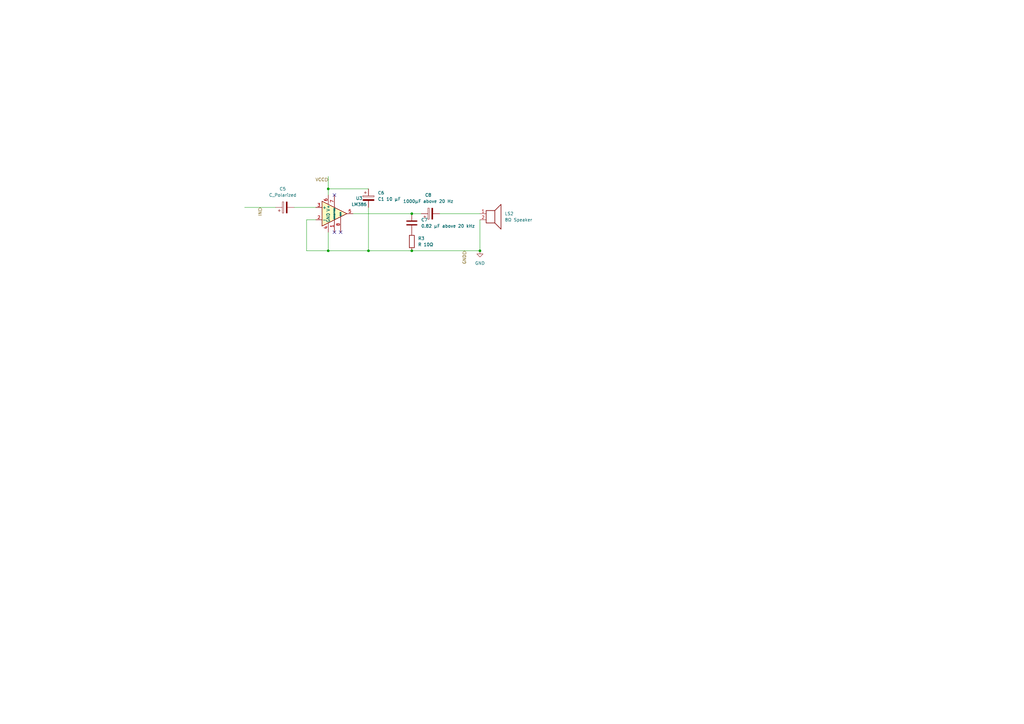
<source format=kicad_sch>
(kicad_sch (version 20231120) (generator "eeschema") (generator_version "8.0")
  (paper "A3")
  (lib_symbols
    (symbol "Amplifier_Audio:LM386" (pin_names (offset 0.127))
      (property "Reference" "U" (at 1.27 7.62 0))
      (property "Value" "LM386" (at 1.27 5.08 0))
      (symbol "LM386_0_1"
        (polyline (pts (xy 5.08 0) (xy -5.08 5.08) (xy -5.08 -5.08) (xy 5.08 0)) (stroke (width 0.254)) (fill (type background)))
      )
      (symbol "LM386_1_1"
        (pin input line (at 0 -7.62 90) (length 5.08) (name "GAIN") (number "1"))
        (pin input line (at -7.62 -2.54 0) (length 2.54) (name "-") (number "2"))
        (pin input line (at -7.62 2.54 0) (length 2.54) (name "+") (number "3"))
        (pin power_in line (at -2.54 -7.62 90) (length 3.81) (name "GND") (number "4"))
        (pin output line (at 7.62 0 180) (length 2.54) (name "~") (number "5"))
        (pin power_in line (at -2.54 7.62 270) (length 3.81) (name "V+") (number "6"))
        (pin input line (at 0 7.62 270) (length 5.08) (name "BYPASS") (number "7"))
        (pin input line (at 2.54 -7.62 90) (length 6.35) (name "GAIN") (number "8"))
      )
    )
    (symbol "Device:C" (pin_numbers hide) (pin_names (offset 0.254))
      (property "Reference" "C" (at 0.635 2.54 0))
      (property "Value" "C" (at 0.635 -2.54 0))
      (symbol "C_0_1"
        (polyline (pts (xy -2.032 -0.762) (xy 2.032 -0.762)) (stroke (width 0.508)))
        (polyline (pts (xy -2.032 0.762) (xy 2.032 0.762)) (stroke (width 0.508)))
      )
      (symbol "C_1_1"
        (pin passive line (at 0 3.81 270) (length 2.794) (name "~") (number "1"))
        (pin passive line (at 0 -3.81 90) (length 2.794) (name "~") (number "2"))
      )
    )
    (symbol "Device:C_Polarized" (pin_numbers hide) (pin_names (offset 0.254))
      (property "Reference" "C" (at 0.635 2.54 0))
      (property "Value" "C_Polarized" (at 0.635 -2.54 0))
      (symbol "C_Polarized_0_1"
        (rectangle (start -2.286 0.508) (end 2.286 1.016))
        (polyline (pts (xy -1.778 2.286) (xy -0.762 2.286)))
        (polyline (pts (xy -1.27 2.794) (xy -1.27 1.778)))
        (rectangle (start 2.286 -0.508) (end -2.286 -1.016) (fill (type outline)))
      )
      (symbol "C_Polarized_1_1"
        (pin passive line (at 0 3.81 270) (length 2.794) (name "~") (number "1"))
        (pin passive line (at 0 -3.81 90) (length 2.794) (name "~") (number "2"))
      )
    )
    (symbol "Device:R" (pin_numbers hide) (pin_names (offset 0))
      (property "Reference" "R" (at 2.032 0 90))
      (property "Value" "R" (at 0 0 90))
      (symbol "R_0_1"
        (rectangle (start -1.016 -2.54) (end 1.016 2.54) (stroke (width 0.254)))
      )
      (symbol "R_1_1"
        (pin passive line (at 0 3.81 270) (length 1.27) (name "~") (number "1"))
        (pin passive line (at 0 -3.81 90) (length 1.27) (name "~") (number "2"))
      )
    )
    (symbol "Device:Speaker" (pin_names (offset 0) hide)
      (property "Reference" "LS" (at 1.27 5.715 0))
      (property "Value" "Speaker" (at 1.27 3.81 0))
      (symbol "Speaker_0_0"
        (rectangle (start -2.54 1.27) (end 1.016 -3.81) (stroke (width 0.254)))
        (polyline (pts (xy 1.016 1.27) (xy 3.556 3.81) (xy 3.556 -6.35) (xy 1.016 -3.81)) (stroke (width 0.254)))
      )
      (symbol "Speaker_1_1"
        (pin input line (at -5.08 0 0) (length 2.54) (name "1") (number "1"))
        (pin input line (at -5.08 -2.54 0) (length 2.54) (name "2") (number "2"))
      )
    )
    (symbol "power:GND" (power) (pin_numbers hide) (pin_names (offset 0) hide)
      (property "Value" "GND" (at 0 -3.81 0))
      (symbol "GND_0_1"
        (polyline (pts (xy 0 0) (xy 0 -1.27) (xy 1.27 -1.27) (xy 0 -2.54) (xy -1.27 -1.27) (xy 0 -1.27)))
      )
      (symbol "GND_1_1"
        (pin power_in line (at 0 0 270) (length 0) (name "~") (number "1"))
      )
    )
  )
  (junction (at 134.62 102.87))
  (junction (at 151.13 102.87))
  (junction (at 168.91 102.87))
  (junction (at 196.85 102.87))
  (junction (at 168.91 87.63))
  (junction (at 134.62 77.47))
  (no_connect (at 137.16 95.25))
  (no_connect (at 139.7 95.25))
  (no_connect (at 137.16 80.01))
  (wire (pts (xy 134.62 95.25) (xy 134.62 102.87)))
  (wire (pts (xy 180.34 87.63) (xy 196.85 87.63)))
  (wire (pts (xy 125.73 90.17) (xy 125.73 102.87)))
  (wire (pts (xy 134.62 77.47) (xy 134.62 80.01)))
  (wire (pts (xy 151.13 85.09) (xy 151.13 102.87)))
  (wire (pts (xy 134.62 72.39) (xy 134.62 77.47)))
  (wire (pts (xy 134.62 102.87) (xy 151.13 102.87)))
  (wire (pts (xy 168.91 87.63) (xy 172.72 87.63)))
  (wire (pts (xy 134.62 77.47) (xy 151.13 77.47)))
  (wire (pts (xy 196.85 90.17) (xy 196.85 102.87)))
  (wire (pts (xy 100.33 85.09) (xy 113.03 85.09)))
  (wire (pts (xy 120.65 85.09) (xy 129.54 85.09)))
  (wire (pts (xy 151.13 102.87) (xy 168.91 102.87)))
  (wire (pts (xy 168.91 102.87) (xy 196.85 102.87)))
  (wire (pts (xy 144.78 87.63) (xy 168.91 87.63)))
  (wire (pts (xy 125.73 102.87) (xy 134.62 102.87)))
  (wire (pts (xy 129.54 90.17) (xy 125.73 90.17)))
  (hierarchical_label "VCC" (shape input) (at 134.62 73.66 180))
  (hierarchical_label "GND" (shape input) (at 190.5 102.87 270))
  (hierarchical_label "IN" (shape input) (at 106.68 85.09 270))
  (symbol (lib_id "power:GND") (at 196.85 102.87 0) (unit 1)
    (property "Reference" "#PWR07" (effects (hide yes)))
    (property "Value" "GND" (at 196.85 107.95 0))
    (property "Description" "Power symbol creates a global label with name \"GND\" , ground" (effects (hide yes)))
    (instances (project "clockradio" (path "" (reference "#PWR014") (unit 1))))
  )
  (symbol (lib_id "Device:C") (at 168.91 91.44 0) (unit 1)
    (property "Reference" "C3" (at 172.72 90.1699 0) (effects (justify left)))
    (property "Value" "0.82 µF above 20 kHz" (at 172.72 92.7099 0) (effects (justify left)))
    (property "Description" "Unpolarized capacitor" (effects (hide yes)))
    (instances (project "clockradio" (path "" (reference "C7") (unit 1))))
  )
  (symbol (lib_id "Device:R") (at 168.91 99.06 0) (unit 1)
    (property "Reference" "R1" (at 171.45 97.7899 0) (effects (justify left)))
    (property "Value" "R 10Ω" (at 171.45 100.3299 0) (effects (justify left)))
    (property "Description" "Resistor" (effects (hide yes)))
    (instances (project "clockradio" (path "" (reference "R3") (unit 1))))
  )
  (symbol (lib_id "Device:Speaker") (at 201.93 87.63 0) (unit 1)
    (property "Reference" "LS1" (at 207.01 87.6299 0) (effects (justify left)))
    (property "Value" "8Ω Speaker" (at 207.01 90.1699 0) (effects (justify left)))
    (property "Description" "Speaker" (effects (hide yes)))
    (instances (project "clockradio" (path "" (reference "LS2") (unit 1))))
  )
  (symbol (lib_id "Device:C_Polarized") (at 176.53 87.63 90) (unit 1)
    (property "Reference" "C4" (at 175.641 80.01 90))
    (property "Value" "1000µF above 20 Hz" (at 175.641 82.55 90))
    (property "Description" "Polarized capacitor" (effects (hide yes)))
    (instances (project "clockradio" (path "" (reference "C8") (unit 1))))
  )
  (symbol (lib_id "Device:C_Polarized") (at 116.84 85.09 90) (unit 1)
    (property "Reference" "C1" (at 115.951 77.47 90))
    (property "Value" "C_Polarized" (at 115.951 80.01 90))
    (property "Description" "Polarized capacitor" (effects (hide yes)))
    (instances (project "clockradio" (path "" (reference "C5") (unit 1))))
  )
  (symbol (lib_id "Device:C_Polarized") (at 151.13 81.28 0) (unit 1)
    (property "Reference" "C2" (at 154.94 79.1209 0) (effects (justify left)))
    (property "Value" "C1 10 µF" (at 154.94 81.6609 0) (effects (justify left)))
    (property "Description" "Polarized capacitor" (effects (hide yes)))
    (instances (project "clockradio" (path "" (reference "C6") (unit 1))))
  )
  (symbol (lib_id "Amplifier_Audio:LM386") (at 137.16 87.63 0) (unit 1)
    (property "Reference" "U1" (at 147.32 81.3114 0))
    (property "Value" "LM386" (at 147.32 83.8514 0))
    (property "Datasheet" "http://www.ti.com/lit/ds/symlink/lm386.pdf" (effects (hide yes)))
    (property "Description" "Low Voltage Audio Power Amplifier, DIP-8/SOIC-8/SSOP-8" (effects (hide yes)))
    (instances (project "clockradio" (path "" (reference "U3") (unit 1))))
  )
)
</source>
